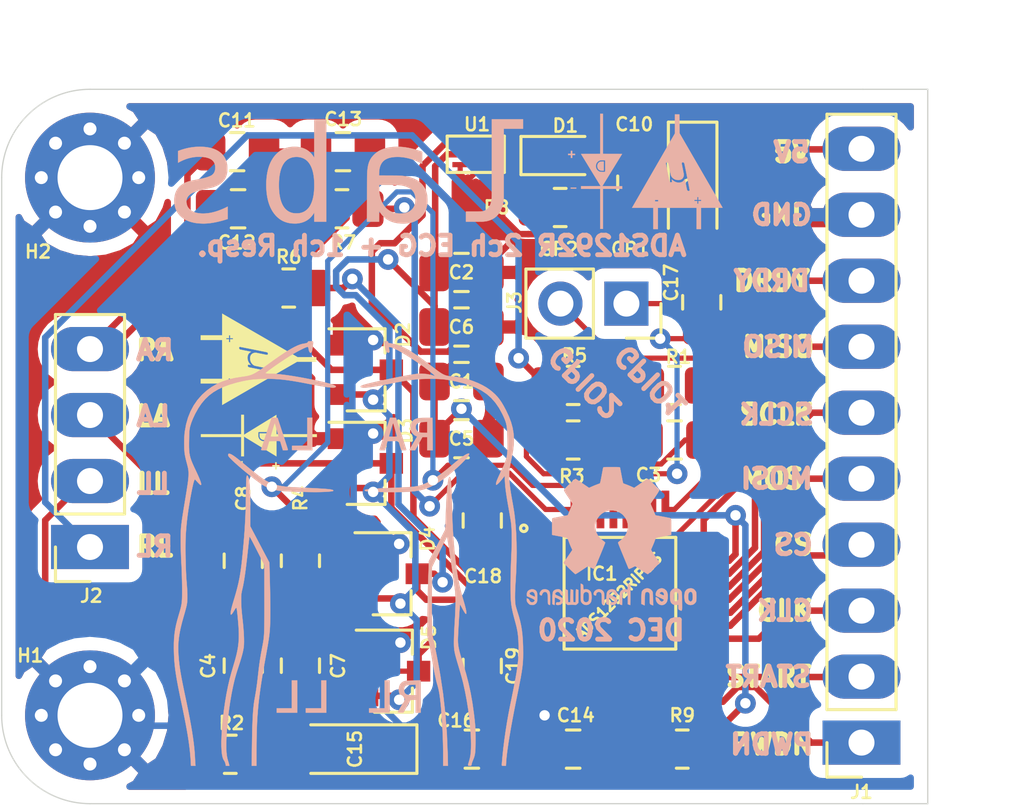
<source format=kicad_pcb>
(kicad_pcb (version 20171130) (host pcbnew 5.1.8-5.fc32)
  (title_block (title "ADS1292RIPBS Breakout Board") (date 2020-12-31) (rev 0.2) (company "Upside Down Labs") (comment 1 "3.3v logic ECG AFE board") (comment 2 "2 Lead 24bit ECG system") (comment 3 "2ch ECG + 1ch Respiration") (comment 4 "ADS1292RIPBS Breakout Board"))
  (layers (0 F.Cu signal) (31 B.Cu signal) (34 B.Paste user) (35 F.Paste user) (36 B.SilkS user) (37 F.SilkS user) (38 B.Mask user) (39 F.Mask user) (44 Edge.Cuts user))
  (net 0 "")
  (net 1 GND)
  (net 2 DVDD)
  (net 3 AVDD)
  (net 4 RLDOUT)
  (net 5 RLDINV)
  (net 6 "Net-(C4-Pad2)")
  (net 7 LA)
  (net 8 "Net-(C7-Pad2)")
  (net 9 IN1P)
  (net 10 5V)
  (net 11 "Net-(C11-Pad2)")
  (net 12 RA)
  (net 13 "Net-(C12-Pad2)")
  (net 14 IN1N)
  (net 15 VCAP1)
  (net 16 VREFP)
  (net 17 VCAP2)
  (net 18 "Net-(C18-Pad2)")
  (net 19 "Net-(C18-Pad1)")
  (net 20 "Net-(C19-Pad2)")
  (net 21 "Net-(C19-Pad1)")
  (net 22 "Net-(D1-Pad1)")
  (net 23 IN2N)
  (net 24 IN2P)
  (net 25 CLKSEL)
  (net 26 PWDN)
  (net 27 START)
  (net 28 CLK)
  (net 29 CS)
  (net 30 DIN)
  (net 31 SCLK)
  (net 32 DOUT)
  (net 33 DRDY)
  (net 34 GPIO2)
  (net 35 GPIO1)
  (net 36 RLDIN)
  (net 37 IN3P)
  (net 38 IN3N)
  (net 39 LL)
  (net 40 RL)
  (module Symbol:OSHW-Logo2_7.3x6mm_SilkScreen (layer B.Cu) (at 148.52 95.52 180)
    (fp_text reference REF** hide)
    (fp_text value OSHW-Logo2_7.3x6mm_SilkScreen hide)
  )
  (module udlabs:udlabs_21.1x4.4_fs (layer B.Cu) (at 142.24 81.38 180)
    (fp_text reference G*** hide)
    (fp_text value LOGO hide)
  )
  (module udlabs:udlabs_torso_2lead_ECG (layer B.Cu) (at 138.39 96.09 180)
    (fp_text reference G*** hide)
    (fp_text value LOGO hide)
  )
  (module udlabs:udlabs_6.0x4.5_LOGO_fs (layer F.Cu) (at 134.9375 89.8525 270)
    (fp_text reference G*** hide)
    (fp_text value LOGO hide)
  )
  (module udlabs:ADS1292RIPBS (layer F.Cu) (at 148.84 97.62)
    (fp_text reference IC1 (at -0.7 -0.75) (layer F.SilkS) (effects (font (size 0.5 0.5) (thickness 0.1))))
    (fp_text value ADS1292RIPBS hide)
    (pad 1 smd rect (at -3.225 -1.75 90) (size 0.3 1.45) (layers F.Cu F.Paste F.Mask) (net 19 "Net-(C18-Pad1)"))
    (pad 2 smd rect (at -3.225 -1.25 90) (size 0.3 1.45) (layers F.Cu F.Paste F.Mask) (net 18 "Net-(C18-Pad2)"))
    (pad 3 smd rect (at -3.225 -0.75 90) (size 0.3 1.45) (layers F.Cu F.Paste F.Mask) (net 14 IN1N))
    (pad 4 smd rect (at -3.225 -0.25 90) (size 0.3 1.45) (layers F.Cu F.Paste F.Mask) (net 9 IN1P))
    (pad 5 smd rect (at -3.225 0.25 90) (size 0.3 1.45) (layers F.Cu F.Paste F.Mask) (net 23 IN2N))
    (pad 6 smd rect (at -3.225 0.75 90) (size 0.3 1.45) (layers F.Cu F.Paste F.Mask) (net 24 IN2P))
    (pad 7 smd rect (at -3.225 1.25 90) (size 0.3 1.45) (layers F.Cu F.Paste F.Mask) (net 21 "Net-(C19-Pad1)"))
    (pad 8 smd rect (at -3.225 1.75 90) (size 0.3 1.45) (layers F.Cu F.Paste F.Mask) (net 20 "Net-(C19-Pad2)"))
    (pad 9 smd rect (at -1.75 3.225) (size 0.3 1.45) (layers F.Cu F.Paste F.Mask) (net 16 VREFP))
    (pad 10 smd rect (at -1.25 3.225) (size 0.3 1.45) (layers F.Cu F.Paste F.Mask) (net 1 GND))
    (pad 11 smd rect (at -0.75 3.225) (size 0.3 1.45) (layers F.Cu F.Paste F.Mask) (net 15 VCAP1))
    (pad 12 smd rect (at -0.25 3.225) (size 0.3 1.45) (layers F.Cu F.Paste F.Mask) (net 3 AVDD))
    (pad 13 smd rect (at 0.25 3.225) (size 0.3 1.45) (layers F.Cu F.Paste F.Mask) (net 1 GND))
    (pad 14 smd rect (at 0.75 3.225) (size 0.3 1.45) (layers F.Cu F.Paste F.Mask) (net 25 CLKSEL))
    (pad 15 smd rect (at 1.25 3.225) (size 0.3 1.45) (layers F.Cu F.Paste F.Mask) (net 26 PWDN))
    (pad 16 smd rect (at 1.75 3.225) (size 0.3 1.45) (layers F.Cu F.Paste F.Mask) (net 27 START))
    (pad 17 smd rect (at 3.225 1.75 90) (size 0.3 1.45) (layers F.Cu F.Paste F.Mask) (net 28 CLK))
    (pad 18 smd rect (at 3.225 1.25 90) (size 0.3 1.45) (layers F.Cu F.Paste F.Mask) (net 29 CS))
    (pad 19 smd rect (at 3.225 0.75 90) (size 0.3 1.45) (layers F.Cu F.Paste F.Mask) (net 30 DIN))
    (pad 20 smd rect (at 3.225 0.25 90) (size 0.3 1.45) (layers F.Cu F.Paste F.Mask) (net 31 SCLK))
    (pad 21 smd rect (at 3.225 -0.25 90) (size 0.3 1.45) (layers F.Cu F.Paste F.Mask) (net 32 DOUT))
    (pad 22 smd rect (at 3.225 -0.75 90) (size 0.3 1.45) (layers F.Cu F.Paste F.Mask) (net 33 DRDY))
    (pad 23 smd rect (at 3.225 -1.25 90) (size 0.3 1.45) (layers F.Cu F.Paste F.Mask) (net 2 DVDD))
    (pad 24 smd rect (at 3.225 -1.75 90) (size 0.3 1.45) (layers F.Cu F.Paste F.Mask) (net 1 GND))
    (pad 25 smd rect (at 1.75 -3.225) (size 0.3 1.45) (layers F.Cu F.Paste F.Mask) (net 34 GPIO2))
    (pad 26 smd rect (at 1.25 -3.225) (size 0.3 1.45) (layers F.Cu F.Paste F.Mask) (net 35 GPIO1))
    (pad 27 smd rect (at 0.75 -3.225) (size 0.3 1.45) (layers F.Cu F.Paste F.Mask) (net 17 VCAP2))
    (pad 28 smd rect (at 0.25 -3.225) (size 0.3 1.45) (layers F.Cu F.Paste F.Mask) (net 5 RLDINV))
    (pad 29 smd rect (at -0.25 -3.225) (size 0.3 1.45) (layers F.Cu F.Paste F.Mask) (net 36 RLDIN))
    (pad 30 smd rect (at -0.75 -3.225) (size 0.3 1.45) (layers F.Cu F.Paste F.Mask) (net 4 RLDOUT))
    (pad 31 smd rect (at -1.25 -3.225) (size 0.3 1.45) (layers F.Cu F.Paste F.Mask) (net 37 IN3P))
    (pad 32 smd rect (at -1.75 -3.225) (size 0.3 1.45) (layers F.Cu F.Paste F.Mask) (net 38 IN3N))
  )
  (module Package_TO_SOT_SMD:SOT-23 (layer F.Cu) (at 140.09 100.62)
    (fp_text reference D5 (at 1.4 -1.3 90) (layer F.SilkS) (effects (font (size 0.5 0.5) (thickness 0.1))))
    (fp_text value BAV99)
    (pad 3 smd rect (at 1 0) (size 0.9 0.8) (layers F.Cu F.Paste F.Mask) (net 24 IN2P))
    (pad 2 smd rect (at -1 0.95) (size 0.9 0.8) (layers F.Cu F.Paste F.Mask) (net 3 AVDD))
    (pad 1 smd rect (at -1 -0.95) (size 0.9 0.8) (layers F.Cu F.Paste F.Mask) (net 1 GND))
  )
  (module Package_TO_SOT_SMD:SOT-23 (layer F.Cu) (at 139.04 92.62)
    (fp_text reference D3 (at 1.55 -1.25 90) (layer F.SilkS) (effects (font (size 0.5 0.5) (thickness 0.1))))
    (fp_text value BAV99)
    (pad 3 smd rect (at 1 0) (size 0.9 0.8) (layers F.Cu F.Paste F.Mask) (net 9 IN1P))
    (pad 2 smd rect (at -1 0.95) (size 0.9 0.8) (layers F.Cu F.Paste F.Mask) (net 3 AVDD))
    (pad 1 smd rect (at -1 -0.95) (size 0.9 0.8) (layers F.Cu F.Paste F.Mask) (net 1 GND))
  )
  (module Package_TO_SOT_SMD:SOT-23 (layer F.Cu) (at 139.04 89.02)
    (fp_text reference D2 (at 1.45 -1.35 90) (layer F.SilkS) (effects (font (size 0.5 0.5) (thickness 0.1))))
    (fp_text value BAV99)
    (pad 3 smd rect (at 1 0) (size 0.9 0.8) (layers F.Cu F.Paste F.Mask) (net 14 IN1N))
    (pad 2 smd rect (at -1 0.95) (size 0.9 0.8) (layers F.Cu F.Paste F.Mask) (net 3 AVDD))
    (pad 1 smd rect (at -1 -0.95) (size 0.9 0.8) (layers F.Cu F.Paste F.Mask) (net 1 GND))
  )
  (module Capacitor_SMD:C_0805_2012Metric_Pad1.18x1.45mm_HandSolder (layer F.Cu) (at 151.99 86.42 90)
    (fp_text reference C17 (at 0.7585 -1.1775 270) (layer F.SilkS) (effects (font (size 0.5 0.5) (thickness 0.1))))
    (fp_text value 2.2uF)
    (pad 2 smd roundrect (at 1.0375 0 90) (size 1.175 1.45) (layers F.Cu F.Paste F.Mask) (roundrect_rratio 0.212766) (net 1 GND))
    (pad 1 smd roundrect (at -1.0375 0 90) (size 1.175 1.45) (layers F.Cu F.Paste F.Mask) (roundrect_rratio 0.212766) (net 17 VCAP2))
  )
  (module udlabs:S-PX2SON-N6 (layer F.Cu) (at 143.29 78.12)
    (fp_text reference U1 (at 0.05 1.45) (layer F.SilkS) (effects (font (size 0.5 0.5) (thickness 0.1))))
    (fp_text value TLV7163318PDPQR)
    (pad 7 smd rect (at 0 2.6 90) (size 0.94 0.3) (layers F.Cu F.Paste F.Mask) (net 1 GND))
    (pad 6 smd rect (at 0.6 3 90) (size 0.2 0.6) (layers F.Cu F.Paste F.Mask) (net 10 5V))
    (pad 5 smd rect (at 0.6 2.6 90) (size 0.2 0.6) (layers F.Cu F.Paste F.Mask) (net 10 5V))
    (pad 4 smd rect (at 0.6 2.2 90) (size 0.2 0.6) (layers F.Cu F.Paste F.Mask) (net 10 5V))
    (pad 3 smd rect (at -0.6 3 90) (size 0.2 0.6) (layers F.Cu F.Paste F.Mask) (net 1 GND))
    (pad 2 smd rect (at -0.6 2.6 90) (size 0.2 0.6) (layers F.Cu F.Paste F.Mask) (net 3 AVDD))
    (pad 1 smd rect (at -0.6 2.2 90) (size 0.2 0.6) (layers F.Cu F.Paste F.Mask) (net 2 DVDD))
  )
  (module Connector_PinSocket_2.54mm:PinSocket_1x02_P2.54mm_Vertical (layer F.Cu) (at 149.09 86.47 270)
    (fp_text reference J3 (at -0.0465 4.31 90) (layer F.SilkS) (effects (font (size 0.5 0.5) (thickness 0.1))))
    (fp_text value Conn_01x02_Male)
    (pad 2 thru_hole oval (at 0 2.54 270) (size 1.7 1.7) (drill 1) (layers *.Cu *.Mask) (net 34 GPIO2))
    (pad 1 thru_hole rect (at 0 0 270) (size 1.7 1.7) (drill 1) (layers *.Cu *.Mask) (net 35 GPIO1))
  )
  (module MountingHole:MountingHole_2.5mm_Pad_Via (layer F.Cu) (at 128.44 81.62)
    (fp_text reference H2 (at -2 2.85) (layer F.SilkS) (effects (font (size 0.5 0.5) (thickness 0.1))))
    (fp_text value MountingHole_Pad)
    (pad 1 thru_hole circle (at 1.325825 -1.325825) (size 0.8 0.8) (drill 0.5) (layers *.Cu *.Mask) (net 1 GND))
    (pad 1 thru_hole circle (at 0 -1.875) (size 0.8 0.8) (drill 0.5) (layers *.Cu *.Mask) (net 1 GND))
    (pad 1 thru_hole circle (at -1.325825 -1.325825) (size 0.8 0.8) (drill 0.5) (layers *.Cu *.Mask) (net 1 GND))
    (pad 1 thru_hole circle (at -1.875 0) (size 0.8 0.8) (drill 0.5) (layers *.Cu *.Mask) (net 1 GND))
    (pad 1 thru_hole circle (at -1.325825 1.325825) (size 0.8 0.8) (drill 0.5) (layers *.Cu *.Mask) (net 1 GND))
    (pad 1 thru_hole circle (at 0 1.875) (size 0.8 0.8) (drill 0.5) (layers *.Cu *.Mask) (net 1 GND))
    (pad 1 thru_hole circle (at 1.325825 1.325825) (size 0.8 0.8) (drill 0.5) (layers *.Cu *.Mask) (net 1 GND))
    (pad 1 thru_hole circle (at 1.875 0) (size 0.8 0.8) (drill 0.5) (layers *.Cu *.Mask) (net 1 GND))
    (pad 1 thru_hole circle (at 0 0) (size 5 5) (drill 2.5) (layers *.Cu *.Mask) (net 1 GND))
  )
  (module MountingHole:MountingHole_2.5mm_Pad_Via (layer F.Cu) (at 128.44 102.32)
    (fp_text reference H1 (at -2.3 -2.3) (layer F.SilkS) (effects (font (size 0.5 0.5) (thickness 0.1))))
    (fp_text value MountingHole_Pad)
    (pad 1 thru_hole circle (at 1.325825 -1.325825) (size 0.8 0.8) (drill 0.5) (layers *.Cu *.Mask) (net 1 GND))
    (pad 1 thru_hole circle (at 0 -1.875) (size 0.8 0.8) (drill 0.5) (layers *.Cu *.Mask) (net 1 GND))
    (pad 1 thru_hole circle (at -1.325825 -1.325825) (size 0.8 0.8) (drill 0.5) (layers *.Cu *.Mask) (net 1 GND))
    (pad 1 thru_hole circle (at -1.875 0) (size 0.8 0.8) (drill 0.5) (layers *.Cu *.Mask) (net 1 GND))
    (pad 1 thru_hole circle (at -1.325825 1.325825) (size 0.8 0.8) (drill 0.5) (layers *.Cu *.Mask) (net 1 GND))
    (pad 1 thru_hole circle (at 0 1.875) (size 0.8 0.8) (drill 0.5) (layers *.Cu *.Mask) (net 1 GND))
    (pad 1 thru_hole circle (at 1.325825 1.325825) (size 0.8 0.8) (drill 0.5) (layers *.Cu *.Mask) (net 1 GND))
    (pad 1 thru_hole circle (at 1.875 0) (size 0.8 0.8) (drill 0.5) (layers *.Cu *.Mask) (net 1 GND))
    (pad 1 thru_hole circle (at 0 0) (size 5 5) (drill 2.5) (layers *.Cu *.Mask) (net 1 GND))
  )
  (module Resistor_SMD:R_0805_2012Metric_Pad1.20x1.40mm_HandSolder (layer F.Cu) (at 151.24 103.62 180)
    (fp_text reference R9 (at 0 1.3) (layer F.SilkS) (effects (font (size 0.5 0.5) (thickness 0.1))))
    (fp_text value 10K)
    (pad 2 smd roundrect (at 1 0 180) (size 1.2 1.4) (layers F.Cu F.Paste F.Mask) (roundrect_rratio 0.208333) (net 25 CLKSEL))
    (pad 1 smd roundrect (at -1 0 180) (size 1.2 1.4) (layers F.Cu F.Paste F.Mask) (roundrect_rratio 0.208333) (net 2 DVDD))
  )
  (module Resistor_SMD:R_0805_2012Metric_Pad1.20x1.40mm_HandSolder (layer F.Cu) (at 146.54 82.77)
    (fp_text reference R8 (at -2.45 0) (layer F.SilkS) (effects (font (size 0.5 0.5) (thickness 0.1))))
    (fp_text value 1K)
    (pad 2 smd roundrect (at 1 0) (size 1.2 1.4) (layers F.Cu F.Paste F.Mask) (roundrect_rratio 0.208333) (net 1 GND))
    (pad 1 smd roundrect (at -1 0) (size 1.2 1.4) (layers F.Cu F.Paste F.Mask) (roundrect_rratio 0.208333) (net 22 "Net-(D1-Pad1)"))
  )
  (module Resistor_SMD:R_0805_2012Metric_Pad1.20x1.40mm_HandSolder (layer F.Cu) (at 138.14 82.82 180)
    (fp_text reference R7 (at -0.05 -1.3) (layer F.SilkS) (effects (font (size 0.5 0.5) (thickness 0.1))))
    (fp_text value 40K)
    (pad 2 smd roundrect (at 1 0 180) (size 1.2 1.4) (layers F.Cu F.Paste F.Mask) (roundrect_rratio 0.208333) (net 13 "Net-(C12-Pad2)"))
    (pad 1 smd roundrect (at -1 0 180) (size 1.2 1.4) (layers F.Cu F.Paste F.Mask) (roundrect_rratio 0.208333) (net 38 IN3N))
  )
  (module Resistor_SMD:R_0805_2012Metric_Pad1.20x1.40mm_HandSolder (layer F.Cu) (at 136.09 85.87)
    (fp_text reference R6 (at 0 -1.2) (layer F.SilkS) (effects (font (size 0.5 0.5) (thickness 0.1))))
    (fp_text value 51K)
    (pad 2 smd roundrect (at 1 0) (size 1.2 1.4) (layers F.Cu F.Paste F.Mask) (roundrect_rratio 0.208333) (net 23 IN2N))
    (pad 1 smd roundrect (at -1 0) (size 1.2 1.4) (layers F.Cu F.Paste F.Mask) (roundrect_rratio 0.208333) (net 12 RA))
  )
  (module Resistor_SMD:R_0805_2012Metric_Pad1.20x1.40mm_HandSolder (layer F.Cu) (at 147.04 89.62)
    (fp_text reference R5 (at 0.05 -1.15) (layer F.SilkS) (effects (font (size 0.5 0.5) (thickness 0.1))))
    (fp_text value 100K)
    (pad 2 smd roundrect (at 1 0) (size 1.2 1.4) (layers F.Cu F.Paste F.Mask) (roundrect_rratio 0.208333) (net 4 RLDOUT))
    (pad 1 smd roundrect (at -1 0) (size 1.2 1.4) (layers F.Cu F.Paste F.Mask) (roundrect_rratio 0.208333) (net 40 RL))
  )
  (module Resistor_SMD:R_0805_2012Metric_Pad1.20x1.40mm_HandSolder (layer F.Cu) (at 136.54 96.37 270)
    (fp_text reference R4 (at -2.4 0 90) (layer F.SilkS) (effects (font (size 0.5 0.5) (thickness 0.1))))
    (fp_text value 40K)
    (pad 2 smd roundrect (at 1 0 270) (size 1.2 1.4) (layers F.Cu F.Paste F.Mask) (roundrect_rratio 0.208333) (net 8 "Net-(C7-Pad2)"))
    (pad 1 smd roundrect (at -1 0 270) (size 1.2 1.4) (layers F.Cu F.Paste F.Mask) (roundrect_rratio 0.208333) (net 37 IN3P))
  )
  (module Resistor_SMD:R_0805_2012Metric_Pad1.20x1.40mm_HandSolder (layer F.Cu) (at 147.04 91.72 180)
    (fp_text reference R3 (at 0.05 -1.4) (layer F.SilkS) (effects (font (size 0.5 0.5) (thickness 0.1))))
    (fp_text value 100K)
    (pad 2 smd roundrect (at 1 0 180) (size 1.2 1.4) (layers F.Cu F.Paste F.Mask) (roundrect_rratio 0.208333) (net 36 RLDIN))
    (pad 1 smd roundrect (at -1 0 180) (size 1.2 1.4) (layers F.Cu F.Paste F.Mask) (roundrect_rratio 0.208333) (net 4 RLDOUT))
  )
  (module Resistor_SMD:R_0805_2012Metric_Pad1.20x1.40mm_HandSolder (layer F.Cu) (at 133.84 103.82)
    (fp_text reference R2 (at 0.05 -1.2) (layer F.SilkS) (effects (font (size 0.5 0.5) (thickness 0.1))))
    (fp_text value 51K)
    (pad 2 smd roundrect (at 1 0) (size 1.2 1.4) (layers F.Cu F.Paste F.Mask) (roundrect_rratio 0.208333) (net 24 IN2P))
    (pad 1 smd roundrect (at -1 0) (size 1.2 1.4) (layers F.Cu F.Paste F.Mask) (roundrect_rratio 0.208333) (net 39 LL))
  )
  (module Resistor_SMD:R_0805_2012Metric_Pad1.20x1.40mm_HandSolder (layer F.Cu) (at 150.94 89.62 180)
    (fp_text reference R1 (at -0.15 1.1) (layer F.SilkS) (effects (font (size 0.5 0.5) (thickness 0.1))))
    (fp_text value 1M)
    (pad 2 smd roundrect (at 1 0 180) (size 1.2 1.4) (layers F.Cu F.Paste F.Mask) (roundrect_rratio 0.208333) (net 4 RLDOUT))
    (pad 1 smd roundrect (at -1 0 180) (size 1.2 1.4) (layers F.Cu F.Paste F.Mask) (roundrect_rratio 0.208333) (net 5 RLDINV))
  )
  (module Connector_PinSocket_2.54mm:PinSocket_1x04_P2.54mm_Vertical (layer F.Cu) (at 128.44 95.84 180)
    (fp_text reference J2 (at -0.05 -1.88) (layer F.SilkS) (effects (font (size 0.5 0.5) (thickness 0.1))))
    (fp_text value Conn_01x04_Male)
    (pad 4 thru_hole oval (at 0 7.62 180) (size 3 1.7) (drill 1) (layers *.Cu *.Mask) (net 12 RA))
    (pad 3 thru_hole oval (at 0 5.08 180) (size 3 1.7) (drill 1) (layers *.Cu *.Mask) (net 7 LA))
    (pad 2 thru_hole oval (at 0 2.54 180) (size 3 1.7) (drill 1) (layers *.Cu *.Mask) (net 39 LL))
    (pad 1 thru_hole rect (at 0 0 180) (size 3 1.7) (drill 1) (layers *.Cu *.Mask) (net 40 RL))
  )
  (module Connector_PinSocket_2.54mm:PinSocket_1x10_P2.54mm_Vertical (layer F.Cu) (at 158.14 103.37 180)
    (fp_text reference J1 (at 0 -1.9) (layer F.SilkS) (effects (font (size 0.5 0.5) (thickness 0.1))))
    (fp_text value Conn_01x10_Male)
    (pad 10 thru_hole oval (at 0 22.86 180) (size 3 1.7) (drill 1) (layers *.Cu *.Mask) (net 10 5V))
    (pad 9 thru_hole oval (at 0 20.32 180) (size 3 1.7) (drill 1) (layers *.Cu *.Mask) (net 1 GND))
    (pad 8 thru_hole oval (at 0 17.78 180) (size 3 1.7) (drill 1) (layers *.Cu *.Mask) (net 33 DRDY))
    (pad 7 thru_hole oval (at 0 15.24 180) (size 3 1.7) (drill 1) (layers *.Cu *.Mask) (net 32 DOUT))
    (pad 6 thru_hole oval (at 0 12.7 180) (size 3 1.7) (drill 1) (layers *.Cu *.Mask) (net 31 SCLK))
    (pad 5 thru_hole oval (at 0 10.16 180) (size 3 1.7) (drill 1) (layers *.Cu *.Mask) (net 30 DIN))
    (pad 4 thru_hole oval (at 0 7.62 180) (size 3 1.7) (drill 1) (layers *.Cu *.Mask) (net 29 CS))
    (pad 3 thru_hole oval (at 0 5.08 180) (size 3 1.7) (drill 1) (layers *.Cu *.Mask) (net 28 CLK))
    (pad 2 thru_hole oval (at 0 2.54 180) (size 3 1.7) (drill 1) (layers *.Cu *.Mask) (net 27 START))
    (pad 1 thru_hole rect (at 0 0 180) (size 3 1.7) (drill 1) (layers *.Cu *.Mask) (net 26 PWDN))
  )
  (module Package_TO_SOT_SMD:SOT-23 (layer F.Cu) (at 140.04 96.87)
    (fp_text reference D4 (at 1.4 -1.35 90) (layer F.SilkS) (effects (font (size 0.5 0.5) (thickness 0.1))))
    (fp_text value BAV99)
    (pad 3 smd rect (at 1 0) (size 0.9 0.8) (layers F.Cu F.Paste F.Mask) (net 23 IN2N))
    (pad 2 smd rect (at -1 0.95) (size 0.9 0.8) (layers F.Cu F.Paste F.Mask) (net 3 AVDD))
    (pad 1 smd rect (at -1 -0.95) (size 0.9 0.8) (layers F.Cu F.Paste F.Mask) (net 1 GND))
  )
  (module LED_SMD:LED_0603_1608Metric_Pad1.05x0.95mm_HandSolder (layer F.Cu) (at 146.69 80.77)
    (fp_text reference D1 (at 0.05 -1.15) (layer F.SilkS) (effects (font (size 0.5 0.5) (thickness 0.1))))
    (fp_text value LED)
    (pad 2 smd roundrect (at 0.875 0) (size 1.05 0.95) (layers F.Cu F.Paste F.Mask) (net 10 5V))
    (pad 1 smd roundrect (at -0.875 0) (size 1.05 0.95) (layers F.Cu F.Paste F.Mask) (net 22 "Net-(D1-Pad1)"))
  )
  (module Capacitor_SMD:C_0805_2012Metric_Pad1.18x1.45mm_HandSolder (layer F.Cu) (at 143.54 100.42 90)
    (fp_text reference C19 (at 0 1.2 270) (layer F.SilkS) (effects (font (size 0.5 0.5) (thickness 0.1))))
    (fp_text value 4.7nF)
    (pad 2 smd roundrect (at 1.0375 0 90) (size 1.175 1.45) (layers F.Cu F.Paste F.Mask) (roundrect_rratio 0.212766) (net 20 "Net-(C19-Pad2)"))
    (pad 1 smd roundrect (at -1.0375 0 90) (size 1.175 1.45) (layers F.Cu F.Paste F.Mask) (roundrect_rratio 0.212766) (net 21 "Net-(C19-Pad1)"))
  )
  (module Capacitor_SMD:C_0805_2012Metric_Pad1.18x1.45mm_HandSolder (layer F.Cu) (at 143.54 94.82 90)
    (fp_text reference C18 (at -2.1445 0.0335 180) (layer F.SilkS) (effects (font (size 0.5 0.5) (thickness 0.1))))
    (fp_text value 4.7nF)
    (pad 2 smd roundrect (at 1.0375 0 90) (size 1.175 1.45) (layers F.Cu F.Paste F.Mask) (roundrect_rratio 0.212766) (net 18 "Net-(C18-Pad2)"))
    (pad 1 smd roundrect (at -1.0375 0 90) (size 1.175 1.45) (layers F.Cu F.Paste F.Mask) (roundrect_rratio 0.212766) (net 19 "Net-(C18-Pad1)"))
  )
  (module Capacitor_SMD:C_0805_2012Metric_Pad1.18x1.45mm_HandSolder (layer F.Cu) (at 143.14 103.62)
    (fp_text reference C16 (at -0.6 -1.1) (layer F.SilkS) (effects (font (size 0.5 0.5) (thickness 0.1))))
    (fp_text value 100nF)
    (pad 2 smd roundrect (at 1.0375 0) (size 1.175 1.45) (layers F.Cu F.Paste F.Mask) (roundrect_rratio 0.212766) (net 1 GND))
    (pad 1 smd roundrect (at -1.0375 0) (size 1.175 1.45) (layers F.Cu F.Paste F.Mask) (roundrect_rratio 0.212766) (net 16 VREFP))
  )
  (module Capacitor_Tantalum_SMD:CP_EIA-3216-18_Kemet-A_Pad1.58x1.35mm_HandSolder (layer F.Cu) (at 138.54 103.62 180)
    (fp_text reference C15 (at -0.1 0 90) (layer F.SilkS) (effects (font (size 0.5 0.5) (thickness 0.1))))
    (fp_text value 22uF)
    (pad 2 smd roundrect (at 1.4375 0 180) (size 1.575 1.35) (layers F.Cu F.Paste F.Mask) (roundrect_rratio 0.185185) (net 1 GND))
    (pad 1 smd roundrect (at -1.4375 0 180) (size 1.575 1.35) (layers F.Cu F.Paste F.Mask) (roundrect_rratio 0.185185) (net 16 VREFP))
  )
  (module Capacitor_SMD:C_0805_2012Metric_Pad1.18x1.45mm_HandSolder (layer F.Cu) (at 147.04 103.62 180)
    (fp_text reference C14 (at -0.1 1.3) (layer F.SilkS) (effects (font (size 0.5 0.5) (thickness 0.1))))
    (fp_text value 2.2uF)
    (pad 2 smd roundrect (at 1.0375 0 180) (size 1.175 1.45) (layers F.Cu F.Paste F.Mask) (roundrect_rratio 0.212766) (net 1 GND))
    (pad 1 smd roundrect (at -1.0375 0 180) (size 1.175 1.45) (layers F.Cu F.Paste F.Mask) (roundrect_rratio 0.212766) (net 15 VCAP1))
  )
  (module Capacitor_SMD:C_0805_2012Metric_Pad1.18x1.45mm_HandSolder (layer F.Cu) (at 138.1775 80.62 180)
    (fp_text reference C13 (at -0.0125 1.25) (layer F.SilkS) (effects (font (size 0.5 0.5) (thickness 0.1))))
    (fp_text value 2.2nF)
    (pad 2 smd roundrect (at 1.0375 0 180) (size 1.175 1.45) (layers F.Cu F.Paste F.Mask) (roundrect_rratio 0.212766) (net 11 "Net-(C11-Pad2)"))
    (pad 1 smd roundrect (at -1.0375 0 180) (size 1.175 1.45) (layers F.Cu F.Paste F.Mask) (roundrect_rratio 0.212766) (net 14 IN1N))
  )
  (module Capacitor_SMD:C_0805_2012Metric_Pad1.18x1.45mm_HandSolder (layer F.Cu) (at 134.14 82.82)
    (fp_text reference C12 (at -0.05 1.3) (layer F.SilkS) (effects (font (size 0.5 0.5) (thickness 0.1))))
    (fp_text value 2.2nF)
    (pad 2 smd roundrect (at 1.0375 0) (size 1.175 1.45) (layers F.Cu F.Paste F.Mask) (roundrect_rratio 0.212766) (net 13 "Net-(C12-Pad2)"))
    (pad 1 smd roundrect (at -1.0375 0) (size 1.175 1.45) (layers F.Cu F.Paste F.Mask) (roundrect_rratio 0.212766) (net 11 "Net-(C11-Pad2)"))
  )
  (module Capacitor_SMD:C_0805_2012Metric_Pad1.18x1.45mm_HandSolder (layer F.Cu) (at 134.1025 80.62)
    (fp_text reference C11 (at -0.0125 -1.2) (layer F.SilkS) (effects (font (size 0.5 0.5) (thickness 0.1))))
    (fp_text value 100nF)
    (pad 2 smd roundrect (at 1.0375 0) (size 1.175 1.45) (layers F.Cu F.Paste F.Mask) (roundrect_rratio 0.212766) (net 11 "Net-(C11-Pad2)"))
    (pad 1 smd roundrect (at -1.0375 0) (size 1.175 1.45) (layers F.Cu F.Paste F.Mask) (roundrect_rratio 0.212766) (net 12 RA))
  )
  (module Capacitor_SMD:C_0805_2012Metric_Pad1.18x1.45mm_HandSolder (layer F.Cu) (at 149.49 81.82 270)
    (fp_text reference C10 (at -2.25 0.1 180) (layer F.SilkS) (effects (font (size 0.5 0.5) (thickness 0.1))))
    (fp_text value 100nF)
    (pad 2 smd roundrect (at 1.0375 0 270) (size 1.175 1.45) (layers F.Cu F.Paste F.Mask) (roundrect_rratio 0.212766) (net 1 GND))
    (pad 1 smd roundrect (at -1.0375 0 270) (size 1.175 1.45) (layers F.Cu F.Paste F.Mask) (roundrect_rratio 0.212766) (net 10 5V))
  )
  (module Capacitor_Tantalum_SMD:CP_EIA-3216-18_Kemet-A_Pad1.58x1.35mm_HandSolder (layer F.Cu) (at 151.64 81.97 270)
    (fp_text reference C9 (at 0 -0.05 180) (layer F.SilkS) (effects (font (size 0.5 0.5) (thickness 0.1))))
    (fp_text value 22uF)
    (pad 2 smd roundrect (at 1.4375 0 270) (size 1.575 1.35) (layers F.Cu F.Paste F.Mask) (roundrect_rratio 0.185185) (net 1 GND))
    (pad 1 smd roundrect (at -1.4375 0 270) (size 1.575 1.35) (layers F.Cu F.Paste F.Mask) (roundrect_rratio 0.185185) (net 10 5V))
  )
  (module Capacitor_SMD:C_0805_2012Metric_Pad1.18x1.45mm_HandSolder (layer F.Cu) (at 134.34 96.37 270)
    (fp_text reference C8 (at -2.4 0 90) (layer F.SilkS) (effects (font (size 0.5 0.5) (thickness 0.1))))
    (fp_text value 2.2nF)
    (pad 2 smd roundrect (at 1.0375 0 270) (size 1.175 1.45) (layers F.Cu F.Paste F.Mask) (roundrect_rratio 0.212766) (net 6 "Net-(C4-Pad2)"))
    (pad 1 smd roundrect (at -1.0375 0 270) (size 1.175 1.45) (layers F.Cu F.Paste F.Mask) (roundrect_rratio 0.212766) (net 9 IN1P))
  )
  (module Capacitor_SMD:C_0805_2012Metric_Pad1.18x1.45mm_HandSolder (layer F.Cu) (at 136.54 100.4075 90)
    (fp_text reference C7 (at -0.0125 1.45 90) (layer F.SilkS) (effects (font (size 0.5 0.5) (thickness 0.1))))
    (fp_text value 2.2nF)
    (pad 2 smd roundrect (at 1.0375 0 90) (size 1.175 1.45) (layers F.Cu F.Paste F.Mask) (roundrect_rratio 0.212766) (net 8 "Net-(C7-Pad2)"))
    (pad 1 smd roundrect (at -1.0375 0 90) (size 1.175 1.45) (layers F.Cu F.Paste F.Mask) (roundrect_rratio 0.212766) (net 6 "Net-(C4-Pad2)"))
  )
  (module Capacitor_SMD:C_0805_2012Metric_Pad1.18x1.45mm_HandSolder (layer F.Cu) (at 142.74 87.37)
    (fp_text reference C6 (at 0 0) (layer F.SilkS) (effects (font (size 0.5 0.5) (thickness 0.1))))
    (fp_text value 100nF)
    (pad 2 smd roundrect (at 1.0375 0) (size 1.175 1.45) (layers F.Cu F.Paste F.Mask) (roundrect_rratio 0.212766) (net 1 GND))
    (pad 1 smd roundrect (at -1.0375 0) (size 1.175 1.45) (layers F.Cu F.Paste F.Mask) (roundrect_rratio 0.212766) (net 3 AVDD))
  )
  (module Capacitor_SMD:C_0805_2012Metric_Pad1.18x1.45mm_HandSolder (layer F.Cu) (at 142.74 91.67)
    (fp_text reference C5 (at 0 0) (layer F.SilkS) (effects (font (size 0.5 0.5) (thickness 0.1))))
    (fp_text value 100nF)
    (pad 2 smd roundrect (at 1.0375 0) (size 1.175 1.45) (layers F.Cu F.Paste F.Mask) (roundrect_rratio 0.212766) (net 1 GND))
    (pad 1 smd roundrect (at -1.0375 0) (size 1.175 1.45) (layers F.Cu F.Paste F.Mask) (roundrect_rratio 0.212766) (net 2 DVDD))
  )
  (module Capacitor_SMD:C_0805_2012Metric_Pad1.18x1.45mm_HandSolder (layer F.Cu) (at 134.34 100.4075 90)
    (fp_text reference C4 (at -0.0125 -1.35 90) (layer F.SilkS) (effects (font (size 0.5 0.5) (thickness 0.1))))
    (fp_text value 100nF)
    (pad 2 smd roundrect (at 1.0375 0 90) (size 1.175 1.45) (layers F.Cu F.Paste F.Mask) (roundrect_rratio 0.212766) (net 6 "Net-(C4-Pad2)"))
    (pad 1 smd roundrect (at -1.0375 0 90) (size 1.175 1.45) (layers F.Cu F.Paste F.Mask) (roundrect_rratio 0.212766) (net 7 LA))
  )
  (module Capacitor_SMD:C_0805_2012Metric_Pad1.18x1.45mm_HandSolder (layer F.Cu) (at 150.94 91.72 180)
    (fp_text reference C3 (at 1 -1.35) (layer F.SilkS) (effects (font (size 0.5 0.5) (thickness 0.1))))
    (fp_text value 1.5nF)
    (pad 2 smd roundrect (at 1.0375 0 180) (size 1.175 1.45) (layers F.Cu F.Paste F.Mask) (roundrect_rratio 0.212766) (net 4 RLDOUT))
    (pad 1 smd roundrect (at -1.0375 0 180) (size 1.175 1.45) (layers F.Cu F.Paste F.Mask) (roundrect_rratio 0.212766) (net 5 RLDINV))
  )
  (module Capacitor_SMD:C_0805_2012Metric_Pad1.18x1.45mm_HandSolder (layer F.Cu) (at 142.74 85.27)
    (fp_text reference C2 (at 0 0) (layer F.SilkS) (effects (font (size 0.5 0.5) (thickness 0.1))))
    (fp_text value 2.2uF)
    (pad 2 smd roundrect (at 1.0375 0) (size 1.175 1.45) (layers F.Cu F.Paste F.Mask) (roundrect_rratio 0.212766) (net 1 GND))
    (pad 1 smd roundrect (at -1.0375 0) (size 1.175 1.45) (layers F.Cu F.Paste F.Mask) (roundrect_rratio 0.212766) (net 3 AVDD))
  )
  (module Capacitor_SMD:C_0805_2012Metric_Pad1.18x1.45mm_HandSolder (layer F.Cu) (at 142.74 89.47)
    (fp_text reference C1 (at 0 0) (layer F.SilkS) (effects (font (size 0.5 0.5) (thickness 0.1))))
    (fp_text value 2.2uF)
    (pad 2 smd roundrect (at 1.0375 0) (size 1.175 1.45) (layers F.Cu F.Paste F.Mask) (roundrect_rratio 0.212766) (net 1 GND))
    (pad 1 smd roundrect (at -1.0375 0) (size 1.175 1.45) (layers F.Cu F.Paste F.Mask) (roundrect_rratio 0.212766) (net 2 DVDD))
  )
  (gr_text "DEC 2020" (at 148.5 99.05) (layer B.SilkS) (effects (font (size 0.75 0.75) (thickness 0.1875)) (justify mirror)))
  (gr_text "ADS1292R 2ch ECG + 1ch Resp." (at 141.98 84.25) (layer B.SilkS) (effects (font (size 0.75 0.75) (thickness 0.1875)) (justify mirror)))
  (gr_text MISO (at 154.93 88.138) (layer B.SilkS) (effects (font (size 0.75 0.75) (thickness 0.1875)) (justify mirror)))
  (gr_text MOSI (at 154.8765 93.21) (layer B.SilkS) (effects (font (size 0.75 0.75) (thickness 0.1875)) (justify mirror)))
  (gr_text GPIO2 (at 147.52 89.48 135) (layer B.SilkS) (effects (font (size 0.75 0.75) (thickness 0.1875)) (justify mirror)))
  (gr_text GPIO1 (at 150.05 89.45 135) (layer B.SilkS) (effects (font (size 0.75 0.75) (thickness 0.1875)) (justify mirror)))
  (gr_text RL (at 130.937 95.8215) (layer B.SilkS) (effects (font (size 0.75 0.75) (thickness 0.1875)) (justify mirror)))
  (gr_text LL (at 130.8735 93.4085) (layer B.SilkS) (effects (font (size 0.75 0.75) (thickness 0.1875)) (justify mirror)))
  (gr_text LA (at 130.8735 90.805) (layer B.SilkS) (effects (font (size 0.75 0.75) (thickness 0.1875)) (justify mirror)))
  (gr_text RA (at 130.937 88.265) (layer B.SilkS) (effects (font (size 0.75 0.75) (thickness 0.1875)) (justify mirror)))
  (gr_text PWDN (at 154.686 103.4415) (layer B.SilkS) (effects (font (size 0.75 0.75) (thickness 0.1875)) (justify mirror)))
  (gr_text START (at 154.559 100.838) (layer B.SilkS) (effects (font (size 0.75 0.75) (thickness 0.1875)) (justify mirror)))
  (gr_text CLK (at 155.194 98.298) (layer B.SilkS) (effects (font (size 0.75 0.75) (thickness 0.1875)) (justify mirror)))
  (gr_text CS (at 155.5115 95.758) (layer B.SilkS) (effects (font (size 0.75 0.75) (thickness 0.1875)) (justify mirror)))
  (gr_text SCLK (at 154.8765 90.7415) (layer B.SilkS) (effects (font (size 0.75 0.75) (thickness 0.1875)) (justify mirror)))
  (gr_text DRDY (at 154.686 85.598) (layer B.SilkS) (effects (font (size 0.75 0.75) (thickness 0.1875)) (justify mirror)))
  (gr_text GND (at 155.067 83.058) (layer B.SilkS) (effects (font (size 0.75 0.75) (thickness 0.1875)) (justify mirror)))
  (gr_text 5V (at 155.448 80.645) (layer B.SilkS) (effects (font (size 0.75 0.75) (thickness 0.1875)) (justify mirror)))
  (gr_text RL (at 130.937 95.8215) (layer F.SilkS) (effects (font (size 0.75 0.75) (thickness 0.1875))))
  (gr_text LL (at 130.8735 93.4085) (layer F.SilkS) (effects (font (size 0.75 0.75) (thickness 0.1875))))
  (gr_text LA (at 130.8735 90.805) (layer F.SilkS) (effects (font (size 0.75 0.75) (thickness 0.1875))))
  (gr_text RA (at 130.937 88.265) (layer F.SilkS) (effects (font (size 0.75 0.75) (thickness 0.1875))))
  (gr_text PWDN (at 154.686 103.4415) (layer F.SilkS) (effects (font (size 0.75 0.75) (thickness 0.1875))))
  (gr_text START (at 154.559 100.838) (layer F.SilkS) (effects (font (size 0.75 0.75) (thickness 0.1875))))
  (gr_text CLK (at 155.194 98.298) (layer F.SilkS) (effects (font (size 0.75 0.75) (thickness 0.1875))))
  (gr_text CS (at 155.5115 95.758) (layer F.SilkS) (effects (font (size 0.75 0.75) (thickness 0.1875))))
  (gr_text MOSI (at 154.8765 93.218) (layer F.SilkS) (effects (font (size 0.75 0.75) (thickness 0.1875))))
  (gr_text SCLK (at 154.8765 90.7415) (layer F.SilkS) (effects (font (size 0.75 0.75) (thickness 0.1875))))
  (gr_text MISO (at 154.94 88.138) (layer F.SilkS) (effects (font (size 0.75 0.75) (thickness 0.1875))))
  (gr_text DRDY (at 154.686 85.598) (layer F.SilkS) (effects (font (size 0.75 0.75) (thickness 0.1875))))
  (gr_text GND (at 155.067 83.058) (layer F.SilkS) (effects (font (size 0.75 0.75) (thickness 0.1875))))
  (gr_text 5V (at 155.448 80.645) (layer F.SilkS) (effects (font (size 0.75 0.75) (thickness 0.1875))))
  (gr_text ADS1292RIPBS (at 148.79 97.72 45) (layer F.SilkS) (effects (font (size 0.4 0.4) (thickness 0.1))))
  (gr_line (start 158.19 105.72) (end 160.69 105.72) (layer Edge.Cuts) (width 0.05))
  (gr_line (start 160.69 78.22) (end 160.69 105.72) (layer Edge.Cuts) (width 0.05))
  (gr_line (start 158.19 78.22) (end 160.69 78.22) (layer Edge.Cuts) (width 0.05))
  (gr_line (start 128.44 78.22) (end 158.19 78.22) (layer Edge.Cuts) (width 0.05))
  (gr_line (start 128.44 105.72) (end 158.19 105.72) (layer Edge.Cuts) (width 0.05))
  (gr_line (start 125.04 81.62) (end 125.04 102.32) (layer Edge.Cuts) (width 0.05))
  (gr_arc (start 128.44 102.32) (end 125.04 102.32) (angle -90) (layer Edge.Cuts) (width 0.05))
  (gr_arc (start 128.44 81.62) (end 128.44 78.22) (angle -90) (layer Edge.Cuts) (width 0.05))
  (gr_text GP2 (at 146.49 84.37) (layer F.SilkS) (effects (font (size 0.5 0.5) (thickness 0.1))))
  (gr_text GP1 (at 149.24 84.37) (layer F.SilkS) (effects (font (size 0.5 0.5) (thickness 0.1))))
  (segment (start 144.1775 103.62) (end 146.0025 103.62) (width 0.25) (layer F.Cu) (net 1))
  (segment (start 147.59 102.0325) (end 147.59 100.845) (width 0.25) (layer F.Cu) (net 1))
  (segment (start 146.0025 103.62) (end 147.59 102.0325) (width 0.25) (layer F.Cu) (net 1))
  (segment (start 157.7825 83.4075) (end 158.14 83.05) (width 0.25) (layer F.Cu) (net 1))
  (segment (start 151.64 83.4075) (end 157.7825 83.4075) (width 0.25) (layer F.Cu) (net 1))
  (segment (start 151.09 82.8575) (end 151.64 83.4075) (width 0.25) (layer F.Cu) (net 1))
  (segment (start 149.49 82.8575) (end 151.09 82.8575) (width 0.25) (layer F.Cu) (net 1))
  (segment (start 149.4025 82.77) (end 149.49 82.8575) (width 0.25) (layer F.Cu) (net 1))
  (segment (start 147.54 82.77) (end 149.4025 82.77) (width 0.25) (layer F.Cu) (net 1))
  (segment (start 143.29 80.72) (end 143.29 81.42) (width 0.2) (layer F.Cu) (net 1))
  (segment (start 143.29 81.42) (end 143.09 81.62) (width 0.2) (layer F.Cu) (net 1))
  (segment (start 142.69 81.47) (end 142.69 81.12) (width 0.2) (layer F.Cu) (net 1))
  (segment (start 142.84 81.62) (end 142.69 81.47) (width 0.2) (layer F.Cu) (net 1))
  (segment (start 143.09 81.62) (end 142.99 81.62) (width 0.2) (layer F.Cu) (net 1))
  (segment (start 142.99 81.62) (end 142.84 81.62) (width 0.2) (layer F.Cu) (net 1))
  (segment (start 142.99 81.83319) (end 142.99 81.62) (width 0.25) (layer F.Cu) (net 1))
  (segment (start 144.95182 83.79501) (end 142.99 81.83319) (width 0.25) (layer F.Cu) (net 1))
  (segment (start 147.54 82.77) (end 146.51499 83.79501) (width 0.25) (layer F.Cu) (net 1))
  (segment (start 145.31499 83.79501) (end 144.95182 83.79501) (width 0.25) (layer F.Cu) (net 1))
  (segment (start 143.7775 89.47) (end 143.99 89.47) (width 0.25) (layer F.Cu) (net 1))
  (segment (start 146.51499 83.79501) (end 145.31499 83.79501) (width 0.25) (layer F.Cu) (net 1))
  (segment (start 143.7775 85.27) (end 143.7775 91.67) (width 0.25) (layer F.Cu) (net 1))
  (segment (start 143.7775 84.96933) (end 144.95182 83.79501) (width 0.25) (layer F.Cu) (net 1))
  (segment (start 143.7775 85.27) (end 143.7775 84.96933) (width 0.25) (layer F.Cu) (net 1))
  (segment (start 151.99 83.7575) (end 151.64 83.4075) (width 0.25) (layer F.Cu) (net 1))
  (segment (start 151.99 85.3825) (end 151.99 83.7575) (width 0.25) (layer F.Cu) (net 1))
  (segment (start 143.12749 104.67001) (end 144.1775 103.62) (width 0.25) (layer F.Cu) (net 1))
  (segment (start 138.15251 104.67001) (end 143.12749 104.67001) (width 0.25) (layer F.Cu) (net 1))
  (segment (start 137.1025 103.62) (end 138.15251 104.67001) (width 0.25) (layer F.Cu) (net 1))
  (segment (start 125.940001 99.820001) (end 128.44 102.32) (width 0.25) (layer F.Cu) (net 1))
  (segment (start 125.940001 84.119999) (end 125.940001 99.820001) (width 0.25) (layer F.Cu) (net 1))
  (segment (start 128.44 81.62) (end 125.940001 84.119999) (width 0.25) (layer F.Cu) (net 1))
  (segment (start 149.09 98.064998) (end 149.09 100.845) (width 0.25) (layer F.Cu) (net 1))
  (segment (start 152.065 95.87) (end 151.284998 95.87) (width 0.25) (layer F.Cu) (net 1))
  (segment (start 147.59 99.564998) (end 149.187499 97.967499) (width 0.25) (layer F.Cu) (net 1))
  (segment (start 147.59 100.845) (end 147.59 99.564998) (width 0.25) (layer F.Cu) (net 1))
  (segment (start 149.187499 97.967499) (end 149.09 98.064998) (width 0.25) (layer F.Cu) (net 1))
  (segment (start 151.284998 95.87) (end 149.187499 97.967499) (width 0.25) (layer F.Cu) (net 1))
  (via (at 140.39 99.52) (size 0.8) (drill 0.4) (layers F.Cu B.Cu) (net 1))
  (segment (start 140.24 99.67) (end 140.39 99.52) (width 0.25) (layer F.Cu) (net 1))
  (segment (start 139.09 99.67) (end 140.24 99.67) (width 0.25) (layer F.Cu) (net 1))
  (via (at 140.34 95.72) (size 0.8) (drill 0.4) (layers F.Cu B.Cu) (net 1))
  (segment (start 140.14 95.92) (end 140.34 95.72) (width 0.25) (layer F.Cu) (net 1))
  (segment (start 139.04 95.92) (end 140.14 95.92) (width 0.25) (layer F.Cu) (net 1))
  (via (at 139.34 91.47) (size 0.8) (drill 0.4) (layers F.Cu B.Cu) (net 1))
  (segment (start 139.14 91.67) (end 139.34 91.47) (width 0.25) (layer F.Cu) (net 1))
  (segment (start 138.04 91.67) (end 139.14 91.67) (width 0.25) (layer F.Cu) (net 1))
  (segment (start 139.14 88.07) (end 139.34 87.87) (width 0.25) (layer F.Cu) (net 1))
  (via (at 139.34 87.87) (size 0.8) (drill 0.4) (layers F.Cu B.Cu) (net 1))
  (segment (start 138.04 88.07) (end 139.14 88.07) (width 0.25) (layer F.Cu) (net 1))
  (segment (start 139.34 87.87) (end 138.54 88.67) (width 0.25) (layer B.Cu) (net 1))
  (segment (start 138.54 90.67) (end 139.34 91.47) (width 0.25) (layer B.Cu) (net 1))
  (segment (start 138.54 88.67) (end 138.54 90.67) (width 0.25) (layer B.Cu) (net 1))
  (segment (start 139.34 91.47) (end 138.59 92.22) (width 0.25) (layer B.Cu) (net 1))
  (segment (start 138.59 92.22) (end 138.59 94.62) (width 0.25) (layer B.Cu) (net 1))
  (segment (start 139.69 95.72) (end 140.34 95.72) (width 0.25) (layer B.Cu) (net 1))
  (segment (start 138.59 94.62) (end 139.69 95.72) (width 0.25) (layer B.Cu) (net 1))
  (segment (start 140.34 95.72) (end 139.39 96.67) (width 0.25) (layer B.Cu) (net 1))
  (segment (start 139.39 98.52) (end 140.39 99.52) (width 0.25) (layer B.Cu) (net 1))
  (segment (start 139.39 96.67) (end 139.39 98.52) (width 0.25) (layer B.Cu) (net 1))
  (via (at 145.94 102.32) (size 0.8) (drill 0.4) (layers F.Cu B.Cu) (net 1))
  (segment (start 146.0025 102.3825) (end 145.94 102.32) (width 0.25) (layer F.Cu) (net 1))
  (segment (start 146.0025 103.62) (end 146.0025 102.3825) (width 0.25) (layer F.Cu) (net 1))
  (segment (start 139.714999 100.195001) (end 140.39 99.52) (width 0.25) (layer B.Cu) (net 1))
  (segment (start 139.714999 102.020001) (end 139.714999 100.195001) (width 0.25) (layer B.Cu) (net 1))
  (segment (start 140.414997 102.719999) (end 139.714999 102.020001) (width 0.25) (layer B.Cu) (net 1))
  (segment (start 145.540001 102.719999) (end 140.414997 102.719999) (width 0.25) (layer B.Cu) (net 1))
  (segment (start 128.839999 102.719999) (end 128.44 102.32) (width 0.25) (layer B.Cu) (net 1))
  (segment (start 145.540001 102.719999) (end 128.839999 102.719999) (width 0.25) (layer B.Cu) (net 1))
  (segment (start 145.94 102.32) (end 145.540001 102.719999) (width 0.25) (layer B.Cu) (net 1))
  (segment (start 153.59003 93.269605) (end 153.59003 86.98253) (width 0.25) (layer F.Cu) (net 1))
  (segment (start 152.065 94.794634) (end 153.59003 93.269605) (width 0.25) (layer F.Cu) (net 1))
  (segment (start 153.59003 86.98253) (end 151.99 85.3825) (width 0.25) (layer F.Cu) (net 1))
  (segment (start 152.065 95.87) (end 152.065 94.794634) (width 0.25) (layer F.Cu) (net 1))
  (segment (start 141.7025 89.47) (end 141.7025 91.67) (width 0.25) (layer F.Cu) (net 2))
  (via (at 153.29 94.62) (size 0.8) (drill 0.4) (layers F.Cu B.Cu) (net 2))
  (segment (start 153.29 96.12) (end 153.29 94.62) (width 0.25) (layer F.Cu) (net 2))
  (segment (start 153.04 96.37) (end 153.29 96.12) (width 0.25) (layer F.Cu) (net 2))
  (segment (start 152.065 96.37) (end 153.04 96.37) (width 0.25) (layer F.Cu) (net 2))
  (via (at 142.74 90.52) (size 0.8) (drill 0.4) (layers F.Cu B.Cu) (net 2))
  (segment (start 141.7025 91.5575) (end 142.74 90.52) (width 0.25) (layer F.Cu) (net 2))
  (segment (start 141.7025 91.67) (end 141.7025 91.5575) (width 0.25) (layer F.Cu) (net 2))
  (segment (start 146.84 94.62) (end 153.29 94.62) (width 0.25) (layer B.Cu) (net 2))
  (segment (start 142.74 90.52) (end 146.84 94.62) (width 0.25) (layer B.Cu) (net 2))
  (segment (start 139.289999 84.469999) (end 139.614999 84.144999) (width 0.25) (layer F.Cu) (net 2))
  (segment (start 139.289999 86.441767) (end 139.289999 84.469999) (width 0.25) (layer F.Cu) (net 2))
  (segment (start 139.614999 84.144999) (end 140.165001 84.144999) (width 0.25) (layer F.Cu) (net 2))
  (segment (start 141.168242 88.32001) (end 139.289999 86.441767) (width 0.25) (layer F.Cu) (net 2))
  (segment (start 140.165001 84.144999) (end 141.24 83.07) (width 0.25) (layer F.Cu) (net 2))
  (segment (start 142.236758 88.32001) (end 141.168242 88.32001) (width 0.25) (layer F.Cu) (net 2))
  (segment (start 142.51501 88.041758) (end 142.236758 88.32001) (width 0.25) (layer F.Cu) (net 2))
  (segment (start 142.51501 88.65749) (end 142.51501 88.041758) (width 0.25) (layer F.Cu) (net 2))
  (segment (start 141.7025 89.47) (end 142.51501 88.65749) (width 0.25) (layer F.Cu) (net 2))
  (segment (start 142.090366 80.32) (end 142.69 80.32) (width 0.25) (layer F.Cu) (net 2))
  (segment (start 141.24 81.170366) (end 142.090366 80.32) (width 0.25) (layer F.Cu) (net 2))
  (segment (start 141.24 83.07) (end 141.24 81.170366) (width 0.25) (layer F.Cu) (net 2))
  (via (at 153.67 101.854) (size 0.8) (drill 0.4) (layers F.Cu B.Cu) (net 2))
  (segment (start 152.24 103.284) (end 153.67 101.854) (width 0.25) (layer F.Cu) (net 2))
  (segment (start 152.24 103.62) (end 152.24 103.284) (width 0.25) (layer F.Cu) (net 2))
  (segment (start 153.67 95) (end 153.29 94.62) (width 0.25) (layer B.Cu) (net 2))
  (segment (start 153.67 101.854) (end 153.67 95) (width 0.25) (layer B.Cu) (net 2))
  (segment (start 141.7025 85.27) (end 141.7025 87.37) (width 0.25) (layer F.Cu) (net 3))
  (segment (start 137.94001 102.71999) (end 139.09 101.57) (width 0.25) (layer F.Cu) (net 3))
  (segment (start 136.368242 102.71999) (end 137.94001 102.71999) (width 0.25) (layer F.Cu) (net 3))
  (segment (start 136.08999 102.998242) (end 136.368242 102.71999) (width 0.25) (layer F.Cu) (net 3))
  (segment (start 136.08999 104.241758) (end 136.08999 102.998242) (width 0.25) (layer F.Cu) (net 3))
  (segment (start 136.868252 105.02002) (end 136.08999 104.241758) (width 0.25) (layer F.Cu) (net 3))
  (segment (start 148.161748 105.02002) (end 136.868252 105.02002) (width 0.25) (layer F.Cu) (net 3))
  (segment (start 148.89001 104.291758) (end 148.161748 105.02002) (width 0.25) (layer F.Cu) (net 3))
  (segment (start 148.89001 102.948242) (end 148.89001 104.291758) (width 0.25) (layer F.Cu) (net 3))
  (segment (start 148.59 102.648232) (end 148.89001 102.948242) (width 0.25) (layer F.Cu) (net 3))
  (segment (start 148.59 100.845) (end 148.59 102.648232) (width 0.25) (layer F.Cu) (net 3))
  (via (at 140.34 101.72) (size 0.8) (drill 0.4) (layers F.Cu B.Cu) (net 3))
  (segment (start 140.19 101.57) (end 140.34 101.72) (width 0.25) (layer F.Cu) (net 3))
  (segment (start 139.09 101.57) (end 140.19 101.57) (width 0.25) (layer F.Cu) (net 3))
  (via (at 140.39 98.02) (size 0.8) (drill 0.4) (layers F.Cu B.Cu) (net 3))
  (segment (start 140.19 97.82) (end 140.39 98.02) (width 0.25) (layer F.Cu) (net 3))
  (segment (start 139.04 97.82) (end 140.19 97.82) (width 0.25) (layer F.Cu) (net 3))
  (via (at 139.34 93.72) (size 0.8) (drill 0.4) (layers F.Cu B.Cu) (net 3))
  (segment (start 139.19 93.57) (end 139.34 93.72) (width 0.25) (layer F.Cu) (net 3))
  (segment (start 138.04 93.57) (end 139.19 93.57) (width 0.25) (layer F.Cu) (net 3))
  (segment (start 139.14 89.97) (end 139.34 90.17) (width 0.25) (layer F.Cu) (net 3))
  (via (at 139.34 90.17) (size 0.8) (drill 0.4) (layers F.Cu B.Cu) (net 3))
  (segment (start 138.04 89.97) (end 139.14 89.97) (width 0.25) (layer F.Cu) (net 3))
  (segment (start 139.965001 93.094999) (end 139.34 93.72) (width 0.25) (layer B.Cu) (net 3))
  (segment (start 139.965001 90.795001) (end 139.965001 93.094999) (width 0.25) (layer B.Cu) (net 3))
  (segment (start 139.34 90.17) (end 139.965001 90.795001) (width 0.25) (layer B.Cu) (net 3))
  (segment (start 140.965001 97.444999) (end 140.39 98.02) (width 0.25) (layer B.Cu) (net 3))
  (segment (start 140.965001 95.345001) (end 140.965001 97.444999) (width 0.25) (layer B.Cu) (net 3))
  (segment (start 139.34 93.72) (end 140.965001 95.345001) (width 0.25) (layer B.Cu) (net 3))
  (segment (start 141.015001 101.044999) (end 140.34 101.72) (width 0.25) (layer B.Cu) (net 3))
  (segment (start 141.015001 98.645001) (end 141.015001 101.044999) (width 0.25) (layer B.Cu) (net 3))
  (segment (start 140.39 98.02) (end 141.015001 98.645001) (width 0.25) (layer B.Cu) (net 3))
  (via (at 139.915 84.77) (size 0.8) (drill 0.4) (layers F.Cu B.Cu) (net 3))
  (segment (start 141.7025 86.5575) (end 139.915 84.77) (width 0.25) (layer F.Cu) (net 3))
  (segment (start 141.7025 87.37) (end 141.7025 86.5575) (width 0.25) (layer F.Cu) (net 3))
  (segment (start 138.670013 86.145001) (end 139.965001 87.439989) (width 0.25) (layer B.Cu) (net 3))
  (segment (start 138.239999 86.145001) (end 138.670013 86.145001) (width 0.25) (layer B.Cu) (net 3))
  (segment (start 137.914999 85.820001) (end 138.239999 86.145001) (width 0.25) (layer B.Cu) (net 3))
  (segment (start 139.965001 89.544999) (end 139.34 90.17) (width 0.25) (layer B.Cu) (net 3))
  (segment (start 139.965001 87.439989) (end 139.965001 89.544999) (width 0.25) (layer B.Cu) (net 3))
  (segment (start 137.914999 85.219999) (end 137.914999 85.820001) (width 0.25) (layer B.Cu) (net 3))
  (segment (start 138.364998 84.77) (end 137.914999 85.219999) (width 0.25) (layer B.Cu) (net 3))
  (segment (start 139.915 84.77) (end 138.364998 84.77) (width 0.25) (layer B.Cu) (net 3))
  (segment (start 142.185354 80.72) (end 142.69 80.72) (width 0.25) (layer F.Cu) (net 3))
  (segment (start 141.7275 81.177854) (end 142.185354 80.72) (width 0.25) (layer F.Cu) (net 3))
  (segment (start 141.7275 85.245) (end 141.7275 81.177854) (width 0.25) (layer F.Cu) (net 3))
  (segment (start 141.7025 85.27) (end 141.7275 85.245) (width 0.25) (layer F.Cu) (net 3))
  (segment (start 148.04 91.72) (end 149.9025 91.72) (width 0.25) (layer F.Cu) (net 4))
  (segment (start 148.04 89.62) (end 149.94 89.62) (width 0.25) (layer F.Cu) (net 4))
  (segment (start 148.04 89.62) (end 148.04 91.72) (width 0.25) (layer F.Cu) (net 4))
  (segment (start 149.94 91.6825) (end 149.9025 91.72) (width 0.25) (layer F.Cu) (net 4))
  (segment (start 149.94 89.62) (end 149.94 91.6825) (width 0.25) (layer F.Cu) (net 4))
  (segment (start 148.09 93.47) (end 147.64 93.02) (width 0.2) (layer F.Cu) (net 4))
  (segment (start 148.09 94.395) (end 148.09 93.47) (width 0.2) (layer F.Cu) (net 4))
  (segment (start 147.13999 90.81999) (end 148.04 91.72) (width 0.2) (layer F.Cu) (net 4))
  (segment (start 145.503596 90.81999) (end 147.13999 90.81999) (width 0.2) (layer F.Cu) (net 4))
  (segment (start 145.23999 91.083596) (end 145.503596 90.81999) (width 0.2) (layer F.Cu) (net 4))
  (segment (start 145.23999 92.356404) (end 145.23999 91.083596) (width 0.2) (layer F.Cu) (net 4))
  (segment (start 145.903586 93.02) (end 145.23999 92.356404) (width 0.2) (layer F.Cu) (net 4))
  (segment (start 147.64 93.02) (end 145.903586 93.02) (width 0.2) (layer F.Cu) (net 4))
  (segment (start 151.94 91.6825) (end 151.9775 91.72) (width 0.25) (layer F.Cu) (net 5))
  (segment (start 151.94 89.62) (end 151.94 91.6825) (width 0.25) (layer F.Cu) (net 5))
  (segment (start 149.09 94.395) (end 149.09 93.09501) (width 0.2) (layer F.Cu) (net 5))
  (segment (start 149.09 93.09501) (end 149.54 92.64501) (width 0.2) (layer F.Cu) (net 5))
  (segment (start 151.351414 91.72) (end 151.9775 91.72) (width 0.2) (layer F.Cu) (net 5))
  (segment (start 150.426404 92.64501) (end 151.351414 91.72) (width 0.2) (layer F.Cu) (net 5))
  (segment (start 149.54 92.64501) (end 150.426404 92.64501) (width 0.2) (layer F.Cu) (net 5))
  (segment (start 134.34 99.37) (end 134.34 97.4075) (width 0.25) (layer F.Cu) (net 6))
  (segment (start 136.415 101.445) (end 134.34 99.37) (width 0.25) (layer F.Cu) (net 6))
  (segment (start 136.54 101.445) (end 136.415 101.445) (width 0.25) (layer F.Cu) (net 6))
  (segment (start 128.44 90.76) (end 130.74 93.06) (width 0.25) (layer F.Cu) (net 7))
  (segment (start 130.74 93.06) (end 130.74 99.07) (width 0.25) (layer F.Cu) (net 7))
  (segment (start 133.115 101.445) (end 134.34 101.445) (width 0.25) (layer F.Cu) (net 7))
  (segment (start 130.74 99.07) (end 133.115 101.445) (width 0.25) (layer F.Cu) (net 7))
  (segment (start 136.54 99.37) (end 136.54 97.37) (width 0.25) (layer F.Cu) (net 8))
  (segment (start 143.073244 97.37) (end 145.615 97.37) (width 0.25) (layer F.Cu) (net 9))
  (segment (start 140.04 94.336756) (end 143.073244 97.37) (width 0.25) (layer F.Cu) (net 9))
  (segment (start 140.04 92.62) (end 140.04 94.336756) (width 0.25) (layer F.Cu) (net 9))
  (segment (start 134.34 95.3325) (end 134.34 92.97) (width 0.25) (layer F.Cu) (net 9))
  (segment (start 134.69 92.62) (end 140.04 92.62) (width 0.25) (layer F.Cu) (net 9))
  (segment (start 134.34 92.97) (end 134.69 92.62) (width 0.25) (layer F.Cu) (net 9))
  (segment (start 158.1175 80.5325) (end 158.14 80.51) (width 0.25) (layer F.Cu) (net 10))
  (segment (start 151.64 80.5325) (end 158.1175 80.5325) (width 0.25) (layer F.Cu) (net 10))
  (segment (start 151.39 80.7825) (end 151.64 80.5325) (width 0.25) (layer F.Cu) (net 10))
  (segment (start 149.49 80.7825) (end 151.39 80.7825) (width 0.25) (layer F.Cu) (net 10))
  (segment (start 149.4775 80.77) (end 149.49 80.7825) (width 0.25) (layer F.Cu) (net 10))
  (segment (start 147.565 80.77) (end 149.4775 80.77) (width 0.25) (layer F.Cu) (net 10))
  (segment (start 143.89 81.12) (end 143.89 80.32) (width 0.25) (layer F.Cu) (net 10))
  (segment (start 146.76499 79.96999) (end 147.565 80.77) (width 0.25) (layer F.Cu) (net 10))
  (segment (start 144.24001 79.96999) (end 146.76499 79.96999) (width 0.25) (layer F.Cu) (net 10))
  (segment (start 143.89 80.32) (end 144.24001 79.96999) (width 0.25) (layer F.Cu) (net 10))
  (segment (start 135.14 80.62) (end 137.14 80.62) (width 0.25) (layer F.Cu) (net 11))
  (segment (start 133.1025 82.6575) (end 135.14 80.62) (width 0.25) (layer F.Cu) (net 11))
  (segment (start 133.1025 82.82) (end 133.1025 82.6575) (width 0.25) (layer F.Cu) (net 11))
  (segment (start 132.18999 84.47001) (end 128.44 88.22) (width 0.25) (layer F.Cu) (net 12))
  (segment (start 132.18999 81.49501) (end 132.18999 84.47001) (width 0.25) (layer F.Cu) (net 12))
  (segment (start 133.065 80.62) (end 132.18999 81.49501) (width 0.25) (layer F.Cu) (net 12))
  (segment (start 135.09 85.87) (end 131.64 85.87) (width 0.25) (layer F.Cu) (net 12))
  (segment (start 129.29 88.22) (end 128.44 88.22) (width 0.25) (layer F.Cu) (net 12))
  (segment (start 131.64 85.87) (end 129.29 88.22) (width 0.25) (layer F.Cu) (net 12))
  (segment (start 135.1775 82.82) (end 137.14 82.82) (width 0.25) (layer F.Cu) (net 13))
  (segment (start 143.068232 96.87) (end 145.615 96.87) (width 0.25) (layer F.Cu) (net 14))
  (segment (start 140.88999 94.691758) (end 143.068232 96.87) (width 0.25) (layer F.Cu) (net 14))
  (segment (start 140.88999 89.86999) (end 140.88999 94.691758) (width 0.25) (layer F.Cu) (net 14))
  (segment (start 140.04 89.02) (end 140.88999 89.86999) (width 0.25) (layer F.Cu) (net 14))
  (segment (start 138.31499 81.52001) (end 139.215 80.62) (width 0.25) (layer F.Cu) (net 14))
  (segment (start 138.31499 83.173242) (end 138.31499 81.52001) (width 0.25) (layer F.Cu) (net 14))
  (segment (start 136.26499 85.223242) (end 138.31499 83.173242) (width 0.25) (layer F.Cu) (net 14))
  (segment (start 136.26499 87.549992) (end 136.26499 85.223242) (width 0.25) (layer F.Cu) (net 14))
  (segment (start 137.734998 89.02) (end 136.26499 87.549992) (width 0.25) (layer F.Cu) (net 14))
  (segment (start 140.04 89.02) (end 137.734998 89.02) (width 0.25) (layer F.Cu) (net 14))
  (segment (start 148.0775 100.8575) (end 148.09 100.845) (width 0.25) (layer F.Cu) (net 15))
  (segment (start 148.0775 103.62) (end 148.0775 100.8575) (width 0.25) (layer F.Cu) (net 15))
  (segment (start 139.9775 103.62) (end 142.1025 103.62) (width 0.25) (layer F.Cu) (net 16))
  (segment (start 146.489998 100.845) (end 147.09 100.845) (width 0.25) (layer F.Cu) (net 16))
  (segment (start 144.665008 102.66999) (end 146.489998 100.845) (width 0.25) (layer F.Cu) (net 16))
  (segment (start 143.05251 102.66999) (end 144.665008 102.66999) (width 0.25) (layer F.Cu) (net 16))
  (segment (start 142.1025 103.62) (end 143.05251 102.66999) (width 0.25) (layer F.Cu) (net 16))
  (segment (start 150.04 93.02) (end 151.04 93.02) (width 0.2) (layer F.Cu) (net 17))
  (segment (start 149.59 93.47) (end 150.04 93.02) (width 0.2) (layer F.Cu) (net 17))
  (via (at 151.04 93.02) (size 0.8) (drill 0.4) (layers F.Cu B.Cu) (net 17))
  (segment (start 149.59 94.395) (end 149.59 93.47) (width 0.2) (layer F.Cu) (net 17))
  (via (at 150.39 87.82) (size 0.8) (drill 0.4) (layers F.Cu B.Cu) (net 17))
  (segment (start 151.04 88.47) (end 150.39 87.82) (width 0.2) (layer B.Cu) (net 17))
  (segment (start 151.04 93.02) (end 151.04 88.47) (width 0.2) (layer B.Cu) (net 17))
  (segment (start 151.6275 87.82) (end 151.99 87.4575) (width 0.2) (layer F.Cu) (net 17))
  (segment (start 150.39 87.82) (end 151.6275 87.82) (width 0.2) (layer F.Cu) (net 17))
  (segment (start 144.942502 93.7825) (end 143.54 93.7825) (width 0.2) (layer F.Cu) (net 18))
  (segment (start 146.640001 96.260001) (end 146.640001 95.479999) (width 0.2) (layer F.Cu) (net 18))
  (segment (start 146.530002 96.37) (end 146.640001 96.260001) (width 0.2) (layer F.Cu) (net 18))
  (segment (start 146.640001 95.479999) (end 144.942502 93.7825) (width 0.2) (layer F.Cu) (net 18))
  (segment (start 145.615 96.37) (end 146.530002 96.37) (width 0.2) (layer F.Cu) (net 18))
  (segment (start 145.6025 95.8575) (end 145.615 95.87) (width 0.25) (layer F.Cu) (net 19))
  (segment (start 143.54 95.8575) (end 145.6025 95.8575) (width 0.25) (layer F.Cu) (net 19))
  (segment (start 145.6025 99.3825) (end 145.615 99.37) (width 0.25) (layer F.Cu) (net 20))
  (segment (start 143.54 99.3825) (end 145.6025 99.3825) (width 0.25) (layer F.Cu) (net 20))
  (segment (start 143.54 101.4575) (end 145.0025 101.4575) (width 0.25) (layer F.Cu) (net 21))
  (segment (start 145.0025 101.4575) (end 146.84 99.62) (width 0.25) (layer F.Cu) (net 21))
  (segment (start 146.84 99.134998) (end 146.600001 98.894999) (width 0.25) (layer F.Cu) (net 21))
  (segment (start 146.84 99.62) (end 146.84 99.134998) (width 0.25) (layer F.Cu) (net 21))
  (segment (start 145.639999 98.894999) (end 145.615 98.87) (width 0.25) (layer F.Cu) (net 21))
  (segment (start 146.600001 98.894999) (end 145.639999 98.894999) (width 0.25) (layer F.Cu) (net 21))
  (segment (start 145.815 82.495) (end 145.54 82.77) (width 0.25) (layer F.Cu) (net 22))
  (segment (start 145.815 80.77) (end 145.815 82.495) (width 0.25) (layer F.Cu) (net 22))
  (segment (start 141.39 97.87) (end 145.615 97.87) (width 0.25) (layer F.Cu) (net 23))
  (segment (start 141.04 97.52) (end 141.39 97.87) (width 0.25) (layer F.Cu) (net 23))
  (segment (start 141.04 96.87) (end 141.04 97.52) (width 0.25) (layer F.Cu) (net 23))
  (via (at 142.01468 97.19532) (size 0.8) (drill 0.4) (layers F.Cu B.Cu) (net 23))
  (segment (start 141.68936 96.87) (end 142.01468 97.19532) (width 0.25) (layer F.Cu) (net 23))
  (segment (start 141.04 96.87) (end 141.68936 96.87) (width 0.25) (layer F.Cu) (net 23))
  (via (at 138.54 85.52) (size 0.8) (drill 0.4) (layers F.Cu B.Cu) (net 23))
  (segment (start 138.19 85.87) (end 138.54 85.52) (width 0.25) (layer F.Cu) (net 23))
  (segment (start 137.09 85.87) (end 138.19 85.87) (width 0.25) (layer F.Cu) (net 23))
  (segment (start 142.01468 95.899692) (end 142.01468 97.19532) (width 0.25) (layer B.Cu) (net 23))
  (segment (start 140.315011 94.200023) (end 142.01468 95.899692) (width 0.25) (layer B.Cu) (net 23))
  (segment (start 140.315011 87.295011) (end 140.315011 94.200023) (width 0.25) (layer B.Cu) (net 23))
  (segment (start 138.54 85.52) (end 140.315011 87.295011) (width 0.25) (layer B.Cu) (net 23))
  (segment (start 142.69 98.37) (end 145.615 98.37) (width 0.25) (layer F.Cu) (net 24))
  (segment (start 141.09 99.97) (end 142.69 98.37) (width 0.25) (layer F.Cu) (net 24))
  (segment (start 141.09 100.62) (end 141.09 99.97) (width 0.25) (layer F.Cu) (net 24))
  (segment (start 138.829998 100.62) (end 141.09 100.62) (width 0.2) (layer F.Cu) (net 24))
  (segment (start 137.217488 102.23251) (end 138.829998 100.62) (width 0.2) (layer F.Cu) (net 24))
  (segment (start 135.72749 102.23251) (end 137.217488 102.23251) (width 0.2) (layer F.Cu) (net 24))
  (segment (start 134.84 103.12) (end 135.72749 102.23251) (width 0.2) (layer F.Cu) (net 24))
  (segment (start 134.84 103.82) (end 134.84 103.12) (width 0.2) (layer F.Cu) (net 24))
  (segment (start 149.59 102.97) (end 150.24 103.62) (width 0.25) (layer F.Cu) (net 25))
  (segment (start 149.59 100.845) (end 149.59 102.97) (width 0.25) (layer F.Cu) (net 25))
  (segment (start 153.369999 101.228999) (end 154.060999 101.228999) (width 0.25) (layer F.Cu) (net 26))
  (segment (start 152.803997 101.795001) (end 153.369999 101.228999) (width 0.25) (layer F.Cu) (net 26))
  (segment (start 150.259999 101.795001) (end 152.803997 101.795001) (width 0.25) (layer F.Cu) (net 26))
  (segment (start 150.09 101.625002) (end 150.259999 101.795001) (width 0.25) (layer F.Cu) (net 26))
  (segment (start 150.09 100.845) (end 150.09 101.625002) (width 0.25) (layer F.Cu) (net 26))
  (segment (start 156.202 103.37) (end 158.14 103.37) (width 0.25) (layer F.Cu) (net 26))
  (segment (start 154.060999 101.228999) (end 156.202 103.37) (width 0.25) (layer F.Cu) (net 26))
  (segment (start 158.125 100.845) (end 158.14 100.83) (width 0.25) (layer F.Cu) (net 27))
  (segment (start 150.59 100.845) (end 158.125 100.845) (width 0.25) (layer F.Cu) (net 27))
  (segment (start 152.065 99.37) (end 154.19 99.37) (width 0.25) (layer F.Cu) (net 28))
  (segment (start 155.27 98.29) (end 158.14 98.29) (width 0.25) (layer F.Cu) (net 28))
  (segment (start 154.19 99.37) (end 155.27 98.29) (width 0.25) (layer F.Cu) (net 28))
  (segment (start 153.084988 98.87) (end 155.79 96.164988) (width 0.25) (layer F.Cu) (net 29))
  (segment (start 152.065 98.87) (end 153.084988 98.87) (width 0.25) (layer F.Cu) (net 29))
  (segment (start 157.725012 96.164988) (end 158.14 95.75) (width 0.25) (layer F.Cu) (net 29))
  (segment (start 155.79 96.164988) (end 157.725012 96.164988) (width 0.25) (layer F.Cu) (net 29))
  (segment (start 152.065 98.37) (end 153.09 98.37) (width 0.25) (layer F.Cu) (net 30))
  (segment (start 153.09 98.37) (end 155.19 96.27) (width 0.25) (layer F.Cu) (net 30))
  (segment (start 155.19 96.27) (end 155.19 94.02) (width 0.25) (layer F.Cu) (net 30))
  (segment (start 156 93.21) (end 158.14 93.21) (width 0.25) (layer F.Cu) (net 30))
  (segment (start 155.19 94.02) (end 156 93.21) (width 0.25) (layer F.Cu) (net 30))
  (segment (start 153.034988 97.87) (end 154.74002 96.164968) (width 0.25) (layer F.Cu) (net 31))
  (segment (start 152.065 97.87) (end 153.034988 97.87) (width 0.25) (layer F.Cu) (net 31))
  (segment (start 154.74002 96.164968) (end 154.74002 92.16998) (width 0.25) (layer F.Cu) (net 31))
  (segment (start 156.24 90.67) (end 158.14 90.67) (width 0.25) (layer F.Cu) (net 31))
  (segment (start 154.74002 92.16998) (end 156.24 90.67) (width 0.25) (layer F.Cu) (net 31))
  (segment (start 153.04 97.37) (end 154.39001 96.01999) (width 0.25) (layer F.Cu) (net 32))
  (segment (start 152.065 97.37) (end 153.04 97.37) (width 0.25) (layer F.Cu) (net 32))
  (segment (start 154.39001 96.01999) (end 154.39001 89.56999) (width 0.25) (layer F.Cu) (net 32))
  (segment (start 155.83 88.13) (end 158.14 88.13) (width 0.25) (layer F.Cu) (net 32))
  (segment (start 154.39001 89.56999) (end 155.83 88.13) (width 0.25) (layer F.Cu) (net 32))
  (segment (start 153.04 96.87) (end 154.04 95.87) (width 0.25) (layer F.Cu) (net 33))
  (segment (start 152.065 96.87) (end 153.04 96.87) (width 0.25) (layer F.Cu) (net 33))
  (segment (start 154.04 95.87) (end 154.04 87.42) (width 0.25) (layer F.Cu) (net 33))
  (segment (start 155.87 85.59) (end 158.14 85.59) (width 0.25) (layer F.Cu) (net 33))
  (segment (start 154.04 87.42) (end 155.87 85.59) (width 0.25) (layer F.Cu) (net 33))
  (segment (start 152.86501 88.967176) (end 152.467834 88.57) (width 0.2) (layer F.Cu) (net 34))
  (segment (start 152.86501 92.46999) (end 152.86501 88.967176) (width 0.2) (layer F.Cu) (net 34))
  (segment (start 148.65 88.57) (end 146.55 86.47) (width 0.2) (layer F.Cu) (net 34))
  (segment (start 152.467834 88.57) (end 148.65 88.57) (width 0.2) (layer F.Cu) (net 34))
  (segment (start 150.94 94.395) (end 152.86501 92.46999) (width 0.2) (layer F.Cu) (net 34))
  (segment (start 150.59 94.395) (end 150.94 94.395) (width 0.2) (layer F.Cu) (net 34))
  (segment (start 152.592834 86.47) (end 149.09 86.47) (width 0.2) (layer F.Cu) (net 35))
  (segment (start 153.26502 87.142186) (end 152.592834 86.47) (width 0.2) (layer F.Cu) (net 35))
  (segment (start 153.26502 93.134982) (end 153.26502 87.142186) (width 0.2) (layer F.Cu) (net 35))
  (segment (start 150.980001 95.420001) (end 153.26502 93.134982) (width 0.2) (layer F.Cu) (net 35))
  (segment (start 150.199999 95.420001) (end 150.980001 95.420001) (width 0.2) (layer F.Cu) (net 35))
  (segment (start 150.09 95.310002) (end 150.199999 95.420001) (width 0.2) (layer F.Cu) (net 35))
  (segment (start 150.09 94.395) (end 150.09 95.310002) (width 0.2) (layer F.Cu) (net 35))
  (segment (start 147.664278 92.62) (end 146.94 92.62) (width 0.2) (layer F.Cu) (net 36))
  (segment (start 146.94 92.62) (end 146.04 91.72) (width 0.2) (layer F.Cu) (net 36))
  (segment (start 148.59 93.545722) (end 147.664278 92.62) (width 0.2) (layer F.Cu) (net 36))
  (segment (start 148.59 94.395) (end 148.59 93.545722) (width 0.2) (layer F.Cu) (net 36))
  (segment (start 147.59 93.659998) (end 147.400002 93.47) (width 0.2) (layer F.Cu) (net 37))
  (segment (start 147.59 94.395) (end 147.59 93.659998) (width 0.2) (layer F.Cu) (net 37))
  (segment (start 145.478558 93.47) (end 145.191038 93.18248) (width 0.2) (layer F.Cu) (net 37))
  (segment (start 147.400002 93.47) (end 145.478558 93.47) (width 0.2) (layer F.Cu) (net 37))
  (via (at 141.64 93.27) (size 0.8) (drill 0.4) (layers F.Cu B.Cu) (net 37))
  (segment (start 142.215019 92.694981) (end 141.64 93.27) (width 0.2) (layer F.Cu) (net 37))
  (segment (start 144.703539 92.694981) (end 142.215019 92.694981) (width 0.2) (layer F.Cu) (net 37))
  (segment (start 145.191038 93.18248) (end 144.703539 92.694981) (width 0.2) (layer F.Cu) (net 37))
  (segment (start 136.54 94.62) (end 135.44 93.52) (width 0.25) (layer F.Cu) (net 37))
  (via (at 135.44 93.52) (size 0.8) (drill 0.4) (layers F.Cu B.Cu) (net 37))
  (segment (start 136.54 95.37) (end 136.54 94.62) (width 0.25) (layer F.Cu) (net 37))
  (segment (start 137.589989 84.832009) (end 137.589989 91.819989) (width 0.2) (layer B.Cu) (net 37))
  (segment (start 140.251999 82.169999) (end 137.589989 84.832009) (width 0.2) (layer B.Cu) (net 37))
  (segment (start 140.828001 82.169999) (end 140.251999 82.169999) (width 0.2) (layer B.Cu) (net 37))
  (segment (start 141.64 82.981998) (end 140.828001 82.169999) (width 0.2) (layer B.Cu) (net 37))
  (segment (start 141.64 93.27) (end 141.64 82.981998) (width 0.2) (layer B.Cu) (net 37))
  (segment (start 135.889978 93.52) (end 135.44 93.52) (width 0.2) (layer B.Cu) (net 37))
  (segment (start 137.589989 91.819989) (end 135.889978 93.52) (width 0.2) (layer B.Cu) (net 37))
  (via (at 140.54 82.77) (size 0.8) (drill 0.4) (layers F.Cu B.Cu) (net 38))
  (segment (start 140.49 82.82) (end 140.54 82.77) (width 0.25) (layer F.Cu) (net 38))
  (segment (start 139.14 82.82) (end 140.49 82.82) (width 0.25) (layer F.Cu) (net 38))
  (via (at 141.51499 94.27) (size 0.8) (drill 0.4) (layers F.Cu B.Cu) (net 38))
  (segment (start 140.939999 93.695009) (end 141.51499 94.27) (width 0.25) (layer B.Cu) (net 38))
  (segment (start 140.939999 83.169999) (end 140.939999 93.695009) (width 0.25) (layer B.Cu) (net 38))
  (segment (start 140.54 82.77) (end 140.939999 83.169999) (width 0.25) (layer B.Cu) (net 38))
  (segment (start 145.97928 94.395) (end 147.09 94.395) (width 0.2) (layer F.Cu) (net 38))
  (segment (start 144.57927 92.99499) (end 145.97928 94.395) (width 0.2) (layer F.Cu) (net 38))
  (segment (start 142.79 92.99499) (end 144.57927 92.99499) (width 0.2) (layer F.Cu) (net 38))
  (segment (start 141.51499 94.27) (end 142.79 92.99499) (width 0.2) (layer F.Cu) (net 38))
  (segment (start 126.714999 94.809999) (end 126.714999 98.494999) (width 0.25) (layer F.Cu) (net 39))
  (segment (start 128.224998 93.3) (end 126.714999 94.809999) (width 0.25) (layer F.Cu) (net 39))
  (segment (start 128.44 93.3) (end 128.224998 93.3) (width 0.25) (layer F.Cu) (net 39))
  (segment (start 126.714999 98.494999) (end 127.34 99.12) (width 0.25) (layer F.Cu) (net 39))
  (segment (start 127.34 99.12) (end 129.64 99.12) (width 0.25) (layer F.Cu) (net 39))
  (segment (start 132.84 102.32) (end 132.84 103.82) (width 0.25) (layer F.Cu) (net 39))
  (segment (start 129.64 99.12) (end 132.84 102.32) (width 0.25) (layer F.Cu) (net 39))
  (via (at 144.94 88.57) (size 0.8) (drill 0.4) (layers F.Cu B.Cu) (net 40))
  (segment (start 145.99 89.62) (end 144.94 88.57) (width 0.25) (layer F.Cu) (net 40))
  (segment (start 146.04 89.62) (end 145.99 89.62) (width 0.25) (layer F.Cu) (net 40))
  (segment (start 126.71499 94.11499) (end 128.44 95.84) (width 0.25) (layer B.Cu) (net 40))
  (segment (start 126.71499 87.774717) (end 126.71499 94.11499) (width 0.25) (layer B.Cu) (net 40))
  (segment (start 134.494708 79.994999) (end 126.71499 87.774717) (width 0.25) (layer B.Cu) (net 40))
  (segment (start 140.840001 79.994999) (end 134.494708 79.994999) (width 0.25) (layer B.Cu) (net 40))
  (segment (start 144.94 84.094998) (end 140.840001 79.994999) (width 0.25) (layer B.Cu) (net 40))
  (segment (start 144.94 88.57) (end 144.94 84.094998) (width 0.25) (layer B.Cu) (net 40))
  (zone (net 1) (net_name GND) (layer F.Cu) (connect_pads (clearance 0.508)) (min_thickness 0.254) (fill yes (arc_segments 32) (thermal_gap 0.508) (thermal_bridge_width 0.508))
    (polygon (pts (xy 160.69 105.72) (xy 125.05 105.72) (xy 125.05 78.22) (xy 160.69 78.22)))
  )
  (zone (net 1) (net_name GND) (layer B.Cu) (connect_pads (clearance 0.508)) (min_thickness 0.254) (fill yes (arc_segments 32) (thermal_gap 0.508) (thermal_bridge_width 0.508))
    (polygon (pts (xy 160.69 105.72) (xy 125.05 105.72) (xy 125.05 78.22) (xy 160.68 78.22)))
  )
)
</source>
